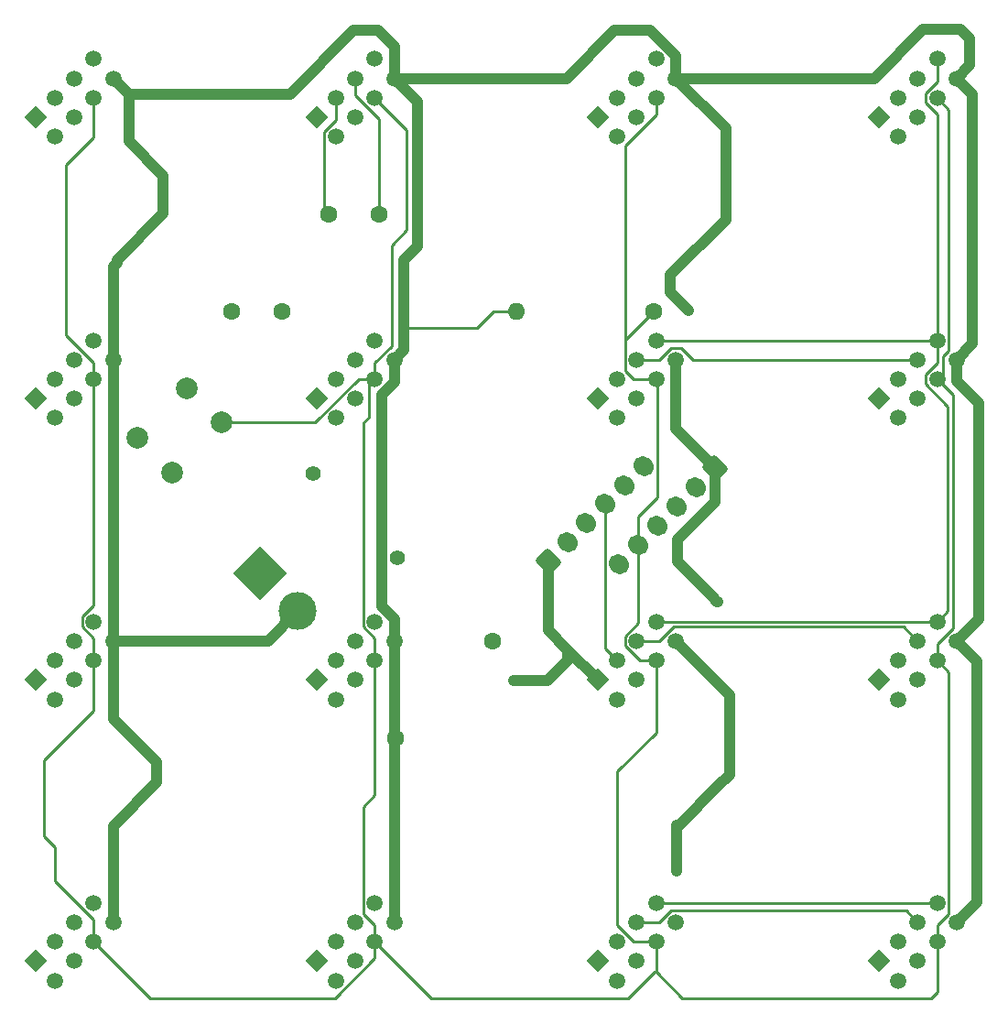
<source format=gbr>
%TF.GenerationSoftware,KiCad,Pcbnew,(6.0.1-0)*%
%TF.CreationDate,2022-09-26T15:58:14+02:00*%
%TF.ProjectId,wifi_camera,77696669-5f63-4616-9d65-72612e6b6963,rev?*%
%TF.SameCoordinates,Original*%
%TF.FileFunction,Copper,L2,Bot*%
%TF.FilePolarity,Positive*%
%FSLAX46Y46*%
G04 Gerber Fmt 4.6, Leading zero omitted, Abs format (unit mm)*
G04 Created by KiCad (PCBNEW (6.0.1-0)) date 2022-09-26 15:58:14*
%MOMM*%
%LPD*%
G01*
G04 APERTURE LIST*
G04 Aperture macros list*
%AMRoundRect*
0 Rectangle with rounded corners*
0 $1 Rounding radius*
0 $2 $3 $4 $5 $6 $7 $8 $9 X,Y pos of 4 corners*
0 Add a 4 corners polygon primitive as box body*
4,1,4,$2,$3,$4,$5,$6,$7,$8,$9,$2,$3,0*
0 Add four circle primitives for the rounded corners*
1,1,$1+$1,$2,$3*
1,1,$1+$1,$4,$5*
1,1,$1+$1,$6,$7*
1,1,$1+$1,$8,$9*
0 Add four rect primitives between the rounded corners*
20,1,$1+$1,$2,$3,$4,$5,0*
20,1,$1+$1,$4,$5,$6,$7,0*
20,1,$1+$1,$6,$7,$8,$9,0*
20,1,$1+$1,$8,$9,$2,$3,0*%
%AMHorizOval*
0 Thick line with rounded ends*
0 $1 width*
0 $2 $3 position (X,Y) of the first rounded end (center of the circle)*
0 $4 $5 position (X,Y) of the second rounded end (center of the circle)*
0 Add line between two ends*
20,1,$1,$2,$3,$4,$5,0*
0 Add two circle primitives to create the rounded ends*
1,1,$1,$2,$3*
1,1,$1,$4,$5*%
%AMRotRect*
0 Rectangle, with rotation*
0 The origin of the aperture is its center*
0 $1 length*
0 $2 width*
0 $3 Rotation angle, in degrees counterclockwise*
0 Add horizontal line*
21,1,$1,$2,0,0,$3*%
G04 Aperture macros list end*
%TA.AperFunction,ComponentPad*%
%ADD10C,1.600000*%
%TD*%
%TA.AperFunction,ComponentPad*%
%ADD11HorizOval,1.600000X0.000000X0.000000X0.000000X0.000000X0*%
%TD*%
%TA.AperFunction,ComponentPad*%
%ADD12O,1.600000X1.600000*%
%TD*%
%TA.AperFunction,ComponentPad*%
%ADD13C,2.000000*%
%TD*%
%TA.AperFunction,ComponentPad*%
%ADD14RotRect,1.500000X1.500000X45.000000*%
%TD*%
%TA.AperFunction,ComponentPad*%
%ADD15C,1.500000*%
%TD*%
%TA.AperFunction,ComponentPad*%
%ADD16C,1.400000*%
%TD*%
%TA.AperFunction,ComponentPad*%
%ADD17RotRect,3.500000X3.500000X135.000000*%
%TD*%
%TA.AperFunction,ComponentPad*%
%ADD18C,3.500000*%
%TD*%
%TA.AperFunction,ComponentPad*%
%ADD19RoundRect,0.250000X0.088388X-0.936916X0.936916X-0.088388X-0.088388X0.936916X-0.936916X0.088388X0*%
%TD*%
%TA.AperFunction,ComponentPad*%
%ADD20HorizOval,1.700000X-0.088388X0.088388X0.088388X-0.088388X0*%
%TD*%
%TA.AperFunction,ComponentPad*%
%ADD21RoundRect,0.250000X-0.088388X0.936916X-0.936916X0.088388X0.088388X-0.936916X0.936916X-0.088388X0*%
%TD*%
%TA.AperFunction,ViaPad*%
%ADD22C,0.800000*%
%TD*%
%TA.AperFunction,Conductor*%
%ADD23C,0.250000*%
%TD*%
%TA.AperFunction,Conductor*%
%ADD24C,1.000000*%
%TD*%
G04 APERTURE END LIST*
D10*
%TO.P,R4,1*%
%TO.N,+3V3*%
X79509872Y-119990128D03*
D11*
%TO.P,R4,2*%
%TO.N,shutter*%
X88490128Y-111009872D03*
%TD*%
%TO.P,R3,2*%
%TO.N,scl*%
X77990128Y-71519744D03*
D10*
%TO.P,R3,1*%
%TO.N,+3V3*%
X69009872Y-80500000D03*
%TD*%
D11*
%TO.P,R2,2*%
%TO.N,sda*%
X73320384Y-71519744D03*
D10*
%TO.P,R2,1*%
%TO.N,+3V3*%
X64340128Y-80500000D03*
%TD*%
%TO.P,R1,1*%
%TO.N,rst*%
X103350000Y-80500000D03*
D12*
%TO.P,R1,2*%
%TO.N,+3V3*%
X90650000Y-80500000D03*
%TD*%
D13*
%TO.P,SW1,1,1*%
%TO.N,rst*%
X63389088Y-90792894D03*
X58792894Y-95389088D03*
%TO.P,SW1,2,2*%
%TO.N,GND*%
X60207108Y-87610913D03*
X55610913Y-92207107D03*
%TD*%
D14*
%TO.P,U1,1,GND*%
%TO.N,GND*%
X46181981Y-62570134D03*
D15*
%TO.P,U1,2,IO2*%
%TO.N,sda*%
X47978032Y-60774083D03*
%TO.P,U1,3,IO0*%
%TO.N,scl*%
X49774083Y-58978032D03*
%TO.P,U1,4,RXD*%
%TO.N,shutter*%
X51570134Y-57181981D03*
%TO.P,U1,5,TXD*%
%TO.N,unconnected-(U1-Pad5)*%
X47978032Y-64366185D03*
%TO.P,U1,6,EN*%
%TO.N,unconnected-(U1-Pad6)*%
X49774083Y-62570134D03*
%TO.P,U1,7,~{RST}*%
%TO.N,rst*%
X51570134Y-60774083D03*
%TO.P,U1,8,VCC*%
%TO.N,+3V3*%
X53366185Y-58978032D03*
%TD*%
D14*
%TO.P,U3,1,GND*%
%TO.N,GND*%
X46181981Y-114570134D03*
D15*
%TO.P,U3,2,IO2*%
%TO.N,sda*%
X47978032Y-112774083D03*
%TO.P,U3,3,IO0*%
%TO.N,scl*%
X49774083Y-110978032D03*
%TO.P,U3,4,RXD*%
%TO.N,shutter*%
X51570134Y-109181981D03*
%TO.P,U3,5,TXD*%
%TO.N,unconnected-(U3-Pad5)*%
X47978032Y-116366185D03*
%TO.P,U3,6,EN*%
%TO.N,unconnected-(U3-Pad6)*%
X49774083Y-114570134D03*
%TO.P,U3,7,~{RST}*%
%TO.N,rst*%
X51570134Y-112774083D03*
%TO.P,U3,8,VCC*%
%TO.N,+3V3*%
X53366185Y-110978032D03*
%TD*%
D14*
%TO.P,U14,1,GND*%
%TO.N,GND*%
X124181981Y-88570134D03*
D15*
%TO.P,U14,2,IO2*%
%TO.N,sda*%
X125978032Y-86774083D03*
%TO.P,U14,3,IO0*%
%TO.N,scl*%
X127774083Y-84978032D03*
%TO.P,U14,4,RXD*%
%TO.N,shutter*%
X129570134Y-83181981D03*
%TO.P,U14,5,TXD*%
%TO.N,unconnected-(U14-Pad5)*%
X125978032Y-90366185D03*
%TO.P,U14,6,EN*%
%TO.N,unconnected-(U14-Pad6)*%
X127774083Y-88570134D03*
%TO.P,U14,7,~{RST}*%
%TO.N,rst*%
X129570134Y-86774083D03*
%TO.P,U14,8,VCC*%
%TO.N,+3V3*%
X131366185Y-84978032D03*
%TD*%
D14*
%TO.P,U12,1,GND*%
%TO.N,GND*%
X98181981Y-140570134D03*
D15*
%TO.P,U12,2,IO2*%
%TO.N,sda*%
X99978032Y-138774083D03*
%TO.P,U12,3,IO0*%
%TO.N,scl*%
X101774083Y-136978032D03*
%TO.P,U12,4,RXD*%
%TO.N,shutter*%
X103570134Y-135181981D03*
%TO.P,U12,5,TXD*%
%TO.N,unconnected-(U12-Pad5)*%
X99978032Y-142366185D03*
%TO.P,U12,6,EN*%
%TO.N,unconnected-(U12-Pad6)*%
X101774083Y-140570134D03*
%TO.P,U12,7,~{RST}*%
%TO.N,rst*%
X103570134Y-138774083D03*
%TO.P,U12,8,VCC*%
%TO.N,+3V3*%
X105366185Y-136978032D03*
%TD*%
D14*
%TO.P,U10,1,GND*%
%TO.N,GND*%
X98181981Y-88570134D03*
D15*
%TO.P,U10,2,IO2*%
%TO.N,sda*%
X99978032Y-86774083D03*
%TO.P,U10,3,IO0*%
%TO.N,scl*%
X101774083Y-84978032D03*
%TO.P,U10,4,RXD*%
%TO.N,shutter*%
X103570134Y-83181981D03*
%TO.P,U10,5,TXD*%
%TO.N,unconnected-(U10-Pad5)*%
X99978032Y-90366185D03*
%TO.P,U10,6,EN*%
%TO.N,unconnected-(U10-Pad6)*%
X101774083Y-88570134D03*
%TO.P,U10,7,~{RST}*%
%TO.N,rst*%
X103570134Y-86774083D03*
%TO.P,U10,8,VCC*%
%TO.N,+3V3*%
X105366185Y-84978032D03*
%TD*%
D14*
%TO.P,U16,1,GND*%
%TO.N,GND*%
X124181981Y-140570134D03*
D15*
%TO.P,U16,2,IO2*%
%TO.N,sda*%
X125978032Y-138774083D03*
%TO.P,U16,3,IO0*%
%TO.N,scl*%
X127774083Y-136978032D03*
%TO.P,U16,4,RXD*%
%TO.N,shutter*%
X129570134Y-135181981D03*
%TO.P,U16,5,TXD*%
%TO.N,unconnected-(U16-Pad5)*%
X125978032Y-142366185D03*
%TO.P,U16,6,EN*%
%TO.N,unconnected-(U16-Pad6)*%
X127774083Y-140570134D03*
%TO.P,U16,7,~{RST}*%
%TO.N,rst*%
X129570134Y-138774083D03*
%TO.P,U16,8,VCC*%
%TO.N,+3V3*%
X131366185Y-136978032D03*
%TD*%
D14*
%TO.P,U13,1,GND*%
%TO.N,GND*%
X124181981Y-62570134D03*
D15*
%TO.P,U13,2,IO2*%
%TO.N,sda*%
X125978032Y-60774083D03*
%TO.P,U13,3,IO0*%
%TO.N,scl*%
X127774083Y-58978032D03*
%TO.P,U13,4,RXD*%
%TO.N,shutter*%
X129570134Y-57181981D03*
%TO.P,U13,5,TXD*%
%TO.N,unconnected-(U13-Pad5)*%
X125978032Y-64366185D03*
%TO.P,U13,6,EN*%
%TO.N,unconnected-(U13-Pad6)*%
X127774083Y-62570134D03*
%TO.P,U13,7,~{RST}*%
%TO.N,rst*%
X129570134Y-60774083D03*
%TO.P,U13,8,VCC*%
%TO.N,+3V3*%
X131366185Y-58978032D03*
%TD*%
D14*
%TO.P,U15,1,GND*%
%TO.N,GND*%
X124181981Y-114570134D03*
D15*
%TO.P,U15,2,IO2*%
%TO.N,sda*%
X125978032Y-112774083D03*
%TO.P,U15,3,IO0*%
%TO.N,scl*%
X127774083Y-110978032D03*
%TO.P,U15,4,RXD*%
%TO.N,shutter*%
X129570134Y-109181981D03*
%TO.P,U15,5,TXD*%
%TO.N,unconnected-(U15-Pad5)*%
X125978032Y-116366185D03*
%TO.P,U15,6,EN*%
%TO.N,unconnected-(U15-Pad6)*%
X127774083Y-114570134D03*
%TO.P,U15,7,~{RST}*%
%TO.N,rst*%
X129570134Y-112774083D03*
%TO.P,U15,8,VCC*%
%TO.N,+3V3*%
X131366185Y-110978032D03*
%TD*%
D14*
%TO.P,U4,1,GND*%
%TO.N,GND*%
X46181981Y-140570134D03*
D15*
%TO.P,U4,2,IO2*%
%TO.N,sda*%
X47978032Y-138774083D03*
%TO.P,U4,3,IO0*%
%TO.N,scl*%
X49774083Y-136978032D03*
%TO.P,U4,4,RXD*%
%TO.N,shutter*%
X51570134Y-135181981D03*
%TO.P,U4,5,TXD*%
%TO.N,unconnected-(U4-Pad5)*%
X47978032Y-142366185D03*
%TO.P,U4,6,EN*%
%TO.N,unconnected-(U4-Pad6)*%
X49774083Y-140570134D03*
%TO.P,U4,7,~{RST}*%
%TO.N,rst*%
X51570134Y-138774083D03*
%TO.P,U4,8,VCC*%
%TO.N,+3V3*%
X53366185Y-136978032D03*
%TD*%
D14*
%TO.P,U7,1,GND*%
%TO.N,GND*%
X72181981Y-114570134D03*
D15*
%TO.P,U7,2,IO2*%
%TO.N,sda*%
X73978032Y-112774083D03*
%TO.P,U7,3,IO0*%
%TO.N,scl*%
X75774083Y-110978032D03*
%TO.P,U7,4,RXD*%
%TO.N,shutter*%
X77570134Y-109181981D03*
%TO.P,U7,5,TXD*%
%TO.N,unconnected-(U7-Pad5)*%
X73978032Y-116366185D03*
%TO.P,U7,6,EN*%
%TO.N,unconnected-(U7-Pad6)*%
X75774083Y-114570134D03*
%TO.P,U7,7,~{RST}*%
%TO.N,rst*%
X77570134Y-112774083D03*
%TO.P,U7,8,VCC*%
%TO.N,+3V3*%
X79366185Y-110978032D03*
%TD*%
D14*
%TO.P,U6,1,GND*%
%TO.N,GND*%
X72181981Y-88570134D03*
D15*
%TO.P,U6,2,IO2*%
%TO.N,sda*%
X73978032Y-86774083D03*
%TO.P,U6,3,IO0*%
%TO.N,scl*%
X75774083Y-84978032D03*
%TO.P,U6,4,RXD*%
%TO.N,shutter*%
X77570134Y-83181981D03*
%TO.P,U6,5,TXD*%
%TO.N,unconnected-(U6-Pad5)*%
X73978032Y-90366185D03*
%TO.P,U6,6,EN*%
%TO.N,unconnected-(U6-Pad6)*%
X75774083Y-88570134D03*
%TO.P,U6,7,~{RST}*%
%TO.N,rst*%
X77570134Y-86774083D03*
%TO.P,U6,8,VCC*%
%TO.N,+3V3*%
X79366185Y-84978032D03*
%TD*%
D14*
%TO.P,U5,1,GND*%
%TO.N,GND*%
X72181981Y-62570134D03*
D15*
%TO.P,U5,2,IO2*%
%TO.N,sda*%
X73978032Y-60774083D03*
%TO.P,U5,3,IO0*%
%TO.N,scl*%
X75774083Y-58978032D03*
%TO.P,U5,4,RXD*%
%TO.N,shutter*%
X77570134Y-57181981D03*
%TO.P,U5,5,TXD*%
%TO.N,unconnected-(U5-Pad5)*%
X73978032Y-64366185D03*
%TO.P,U5,6,EN*%
%TO.N,unconnected-(U5-Pad6)*%
X75774083Y-62570134D03*
%TO.P,U5,7,~{RST}*%
%TO.N,rst*%
X77570134Y-60774083D03*
%TO.P,U5,8,VCC*%
%TO.N,+3V3*%
X79366185Y-58978032D03*
%TD*%
D14*
%TO.P,U2,1,GND*%
%TO.N,GND*%
X46181981Y-88570134D03*
D15*
%TO.P,U2,2,IO2*%
%TO.N,sda*%
X47978032Y-86774083D03*
%TO.P,U2,3,IO0*%
%TO.N,scl*%
X49774083Y-84978032D03*
%TO.P,U2,4,RXD*%
%TO.N,shutter*%
X51570134Y-83181981D03*
%TO.P,U2,5,TXD*%
%TO.N,unconnected-(U2-Pad5)*%
X47978032Y-90366185D03*
%TO.P,U2,6,EN*%
%TO.N,unconnected-(U2-Pad6)*%
X49774083Y-88570134D03*
%TO.P,U2,7,~{RST}*%
%TO.N,rst*%
X51570134Y-86774083D03*
%TO.P,U2,8,VCC*%
%TO.N,+3V3*%
X53366185Y-84978032D03*
%TD*%
D14*
%TO.P,U11,1,GND*%
%TO.N,GND*%
X98181981Y-114570134D03*
D15*
%TO.P,U11,2,IO2*%
%TO.N,sda*%
X99978032Y-112774083D03*
%TO.P,U11,3,IO0*%
%TO.N,scl*%
X101774083Y-110978032D03*
%TO.P,U11,4,RXD*%
%TO.N,shutter*%
X103570134Y-109181981D03*
%TO.P,U11,5,TXD*%
%TO.N,unconnected-(U11-Pad5)*%
X99978032Y-116366185D03*
%TO.P,U11,6,EN*%
%TO.N,unconnected-(U11-Pad6)*%
X101774083Y-114570134D03*
%TO.P,U11,7,~{RST}*%
%TO.N,rst*%
X103570134Y-112774083D03*
%TO.P,U11,8,VCC*%
%TO.N,+3V3*%
X105366185Y-110978032D03*
%TD*%
D14*
%TO.P,U9,1,GND*%
%TO.N,GND*%
X98181981Y-62570134D03*
D15*
%TO.P,U9,2,IO2*%
%TO.N,sda*%
X99978032Y-60774083D03*
%TO.P,U9,3,IO0*%
%TO.N,scl*%
X101774083Y-58978032D03*
%TO.P,U9,4,RXD*%
%TO.N,shutter*%
X103570134Y-57181981D03*
%TO.P,U9,5,TXD*%
%TO.N,unconnected-(U9-Pad5)*%
X99978032Y-64366185D03*
%TO.P,U9,6,EN*%
%TO.N,unconnected-(U9-Pad6)*%
X101774083Y-62570134D03*
%TO.P,U9,7,~{RST}*%
%TO.N,rst*%
X103570134Y-60774083D03*
%TO.P,U9,8,VCC*%
%TO.N,+3V3*%
X105366185Y-58978032D03*
%TD*%
D14*
%TO.P,U8,1,GND*%
%TO.N,GND*%
X72181981Y-140570134D03*
D15*
%TO.P,U8,2,IO2*%
%TO.N,sda*%
X73978032Y-138774083D03*
%TO.P,U8,3,IO0*%
%TO.N,scl*%
X75774083Y-136978032D03*
%TO.P,U8,4,RXD*%
%TO.N,shutter*%
X77570134Y-135181981D03*
%TO.P,U8,5,TXD*%
%TO.N,unconnected-(U8-Pad5)*%
X73978032Y-142366185D03*
%TO.P,U8,6,EN*%
%TO.N,unconnected-(U8-Pad6)*%
X75774083Y-140570134D03*
%TO.P,U8,7,~{RST}*%
%TO.N,rst*%
X77570134Y-138774083D03*
%TO.P,U8,8,VCC*%
%TO.N,+3V3*%
X79366185Y-136978032D03*
%TD*%
D16*
%TO.P,J1,*%
%TO.N,*%
X79647324Y-103280850D03*
X71869149Y-95502676D03*
D17*
%TO.P,J1,1,Pin_1*%
%TO.N,GND*%
X66919402Y-104695064D03*
D18*
%TO.P,J1,2,Pin_2*%
%TO.N,+3V3*%
X70454936Y-108230598D03*
%TD*%
D19*
%TO.P,J3,1,Pin_1*%
%TO.N,GND*%
X93585430Y-103631549D03*
D20*
%TO.P,J3,2,Pin_2*%
%TO.N,rst*%
X95353197Y-101863782D03*
%TO.P,J3,3,Pin_3*%
%TO.N,shutter*%
X97120964Y-100096015D03*
%TO.P,J3,4,Pin_4*%
%TO.N,sda*%
X98888731Y-98328248D03*
%TO.P,J3,5,Pin_5*%
%TO.N,scl*%
X100656498Y-96560481D03*
%TO.P,J3,6,Pin_6*%
%TO.N,+3V3*%
X102424265Y-94792714D03*
%TD*%
D21*
%TO.P,J2,1,Pin_1*%
%TO.N,+3V3*%
X109000000Y-95000000D03*
D20*
%TO.P,J2,2,Pin_2*%
%TO.N,scl*%
X107232233Y-96767767D03*
%TO.P,J2,3,Pin_3*%
%TO.N,sda*%
X105464466Y-98535534D03*
%TO.P,J2,4,Pin_4*%
%TO.N,shutter*%
X103696699Y-100303301D03*
%TO.P,J2,5,Pin_5*%
%TO.N,rst*%
X101928932Y-102071068D03*
%TO.P,J2,6,Pin_6*%
%TO.N,GND*%
X100161165Y-103838835D03*
%TD*%
D22*
%TO.N,+3V3*%
X78150000Y-101600000D03*
X78150000Y-100650000D03*
X78150000Y-99650000D03*
X78150000Y-98750000D03*
%TO.N,GND*%
X92650000Y-114600000D03*
X91279866Y-114570134D03*
X90279866Y-114570134D03*
%TO.N,+3V3*%
X109225000Y-107325000D03*
X108750000Y-106850000D03*
X108275000Y-106375000D03*
X106650000Y-80350000D03*
X105750000Y-79500000D03*
X105450000Y-131050000D03*
X105450000Y-132100000D03*
%TD*%
D23*
%TO.N,rst*%
X63389088Y-90792894D02*
X72031734Y-90792894D01*
X72031734Y-90792894D02*
X76050545Y-86774083D01*
X76050545Y-86774083D02*
X77570134Y-86774083D01*
D24*
%TO.N,+3V3*%
X79366185Y-110978032D02*
X79366185Y-122366185D01*
D23*
X79509872Y-122222498D02*
X79366185Y-122366185D01*
D24*
X79366185Y-122366185D02*
X79366185Y-136978032D01*
D23*
X79509872Y-119990128D02*
X79509872Y-122222498D01*
%TO.N,scl*%
X77990128Y-71519744D02*
X77990128Y-62713666D01*
X75774083Y-60497621D02*
X75774083Y-58978032D01*
X77990128Y-62713666D02*
X75774083Y-60497621D01*
%TO.N,sda*%
X73978032Y-60774083D02*
X73978032Y-62846596D01*
X73978032Y-62846596D02*
X72903521Y-63921107D01*
X72903521Y-63921107D02*
X72903521Y-71102881D01*
X72903521Y-71102881D02*
X73320384Y-71519744D01*
%TO.N,rst*%
X77570134Y-60774083D02*
X80500000Y-63703949D01*
X80500000Y-63703949D02*
X80500000Y-73000000D01*
X80500000Y-73000000D02*
X79114639Y-74385361D01*
X79114639Y-74385361D02*
X79114639Y-83709989D01*
X77570134Y-85254494D02*
X77570134Y-86774083D01*
X79114639Y-83709989D02*
X77570134Y-85254494D01*
D24*
%TO.N,+3V3*%
X79366185Y-58978032D02*
X81500000Y-61111847D01*
X81500000Y-61111847D02*
X81500000Y-74500000D01*
X81500000Y-74500000D02*
X80250000Y-75750000D01*
X80250000Y-75750000D02*
X80250000Y-81750000D01*
X80250000Y-84094217D02*
X80250000Y-81750000D01*
D23*
X90650000Y-80500000D02*
X88500000Y-80500000D01*
X88500000Y-80500000D02*
X87000000Y-82000000D01*
X87000000Y-82000000D02*
X80500000Y-82000000D01*
X80500000Y-82000000D02*
X80250000Y-81750000D01*
%TO.N,rst*%
X100699572Y-85976034D02*
X100699572Y-85699572D01*
X100699572Y-85699572D02*
X100699572Y-65164234D01*
X100699572Y-83150428D02*
X100699572Y-85699572D01*
X103350000Y-80500000D02*
X100699572Y-83150428D01*
X102050545Y-86774083D02*
X103570134Y-86774083D01*
%TO.N,shutter*%
X129570134Y-57181981D02*
X129570134Y-59254494D01*
X129570134Y-59254494D02*
X128495623Y-60329005D01*
X128495623Y-60329005D02*
X128495623Y-61219161D01*
X128495623Y-61219161D02*
X129570134Y-62293672D01*
X129570134Y-62293672D02*
X129570134Y-83181981D01*
D24*
%TO.N,+3V3*%
X79366185Y-58978032D02*
X79366185Y-56016185D01*
X79366185Y-56016185D02*
X77900000Y-54550000D01*
X77900000Y-54550000D02*
X75600000Y-54550000D01*
X54837664Y-60449511D02*
X53366185Y-58978032D01*
X75600000Y-54550000D02*
X69700489Y-60449511D01*
X69700489Y-60449511D02*
X54837664Y-60449511D01*
X105366185Y-58978032D02*
X105366185Y-56928113D01*
X105366185Y-56928113D02*
X102988072Y-54550000D01*
X102988072Y-54550000D02*
X99700000Y-54550000D01*
X79366185Y-58978032D02*
X95271968Y-58978032D01*
X128250000Y-54450000D02*
X131750000Y-54450000D01*
X131750000Y-54450000D02*
X132600000Y-55300000D01*
X105366185Y-58978032D02*
X123721968Y-58978032D01*
X123721968Y-58978032D02*
X128250000Y-54450000D01*
X132600000Y-55300000D02*
X132600000Y-57744217D01*
X132600000Y-57744217D02*
X131366185Y-58978032D01*
X95271968Y-58978032D02*
X99700000Y-54550000D01*
D23*
%TO.N,rst*%
X101928932Y-102071068D02*
X101928932Y-99493937D01*
X103687173Y-86891122D02*
X103570134Y-86774083D01*
X101928932Y-99493937D02*
X103687173Y-97735696D01*
X103687173Y-97735696D02*
X103687173Y-86891122D01*
X77570134Y-112774083D02*
X77570134Y-110701570D01*
X77570134Y-110701570D02*
X76495623Y-109627059D01*
X76495623Y-90811263D02*
X77050000Y-90256886D01*
X77050000Y-87294217D02*
X77570134Y-86774083D01*
X76495623Y-109627059D02*
X76495623Y-90811263D01*
X77050000Y-90256886D02*
X77050000Y-87294217D01*
D24*
%TO.N,+3V3*%
X53366185Y-110978032D02*
X67707502Y-110978032D01*
X67707502Y-110978032D02*
X70454936Y-108230598D01*
%TO.N,GND*%
X92650000Y-114600000D02*
X90400000Y-114600000D01*
X93550000Y-114600000D02*
X92650000Y-114600000D01*
X95405924Y-111794076D02*
X98181981Y-114570134D01*
X93585430Y-109973583D02*
X95405924Y-111794076D01*
X95405924Y-111794076D02*
X95405924Y-112744076D01*
X95405924Y-112744076D02*
X93550000Y-114600000D01*
X93585430Y-103631549D02*
X93585430Y-109973583D01*
%TO.N,+3V3*%
X109225000Y-107325000D02*
X109250000Y-107350000D01*
X108750000Y-106850000D02*
X109225000Y-107325000D01*
X108275000Y-106375000D02*
X108750000Y-106850000D01*
X105550000Y-101600000D02*
X105550000Y-103650000D01*
X105550000Y-103650000D02*
X108275000Y-106375000D01*
X109000000Y-95000000D02*
X109000000Y-98150000D01*
X109000000Y-98150000D02*
X105550000Y-101600000D01*
X105366185Y-84978032D02*
X105366185Y-91366185D01*
X105366185Y-91366185D02*
X109000000Y-95000000D01*
X105275000Y-79125000D02*
X106550000Y-80400000D01*
X105366185Y-58978032D02*
X110000000Y-63611847D01*
X110000000Y-63611847D02*
X110000000Y-72050000D01*
X110000000Y-72050000D02*
X104900000Y-77150000D01*
X104900000Y-77150000D02*
X104900000Y-78750000D01*
X104900000Y-78750000D02*
X105275000Y-79125000D01*
X79366185Y-84978032D02*
X80250000Y-84094217D01*
X79366185Y-110978032D02*
X79366185Y-108928113D01*
X79366185Y-108928113D02*
X78170542Y-107732470D01*
X78170542Y-107732470D02*
X78170542Y-88223594D01*
X78170542Y-88223594D02*
X79366185Y-87027951D01*
X79366185Y-87027951D02*
X79366185Y-84978032D01*
D23*
%TO.N,rst*%
X77570134Y-112774083D02*
X77570134Y-125229866D01*
X77570134Y-125229866D02*
X76495623Y-126304377D01*
X76495623Y-126304377D02*
X76495623Y-136179983D01*
X76495623Y-136179983D02*
X77570134Y-137254494D01*
X77570134Y-137254494D02*
X77570134Y-138774083D01*
D24*
%TO.N,+3V3*%
X105450000Y-131050000D02*
X105450000Y-131750000D01*
X105450000Y-131750000D02*
X105450000Y-132100000D01*
X105450000Y-132100000D02*
X105450000Y-132250000D01*
X110350000Y-119050000D02*
X110350000Y-123350000D01*
X110350000Y-123350000D02*
X109300000Y-124400000D01*
X105366185Y-110978032D02*
X110350000Y-115961847D01*
X110350000Y-115961847D02*
X110350000Y-119050000D01*
X109300000Y-124400000D02*
X105700000Y-128000000D01*
X105450000Y-128000000D02*
X105450000Y-131050000D01*
X105700000Y-128000000D02*
X105450000Y-128000000D01*
X131366185Y-110978032D02*
X133200000Y-112811847D01*
X133200000Y-112811847D02*
X133200000Y-135144217D01*
X133200000Y-135144217D02*
X131366185Y-136978032D01*
X131366185Y-84978032D02*
X131366185Y-86966185D01*
X131366185Y-86966185D02*
X133400000Y-89000000D01*
X133400000Y-89000000D02*
X133400000Y-108944217D01*
X133400000Y-108944217D02*
X131366185Y-110978032D01*
X131366185Y-58978032D02*
X132850000Y-60461847D01*
X132850000Y-60461847D02*
X132850000Y-83494217D01*
X132850000Y-83494217D02*
X131366185Y-84978032D01*
D23*
%TO.N,rst*%
X129570134Y-60774083D02*
X130644645Y-61848594D01*
X130150000Y-84669654D02*
X130150000Y-86194217D01*
X130644645Y-61848594D02*
X130644645Y-84175009D01*
X130150000Y-86194217D02*
X129570134Y-86774083D01*
X130644645Y-84175009D02*
X130150000Y-84669654D01*
D24*
%TO.N,+3V3*%
X53366185Y-136978032D02*
X53366185Y-128083815D01*
X53366185Y-128083815D02*
X57400000Y-124050000D01*
X57400000Y-124050000D02*
X57400000Y-122200000D01*
X57400000Y-122200000D02*
X53366185Y-118166185D01*
X53366185Y-118166185D02*
X53366185Y-110978032D01*
X53366185Y-84978032D02*
X53366185Y-110978032D01*
X53366185Y-58978032D02*
X54850000Y-60461847D01*
X54850000Y-60461847D02*
X54850000Y-64800000D01*
X54850000Y-64800000D02*
X58000000Y-67950000D01*
X58000000Y-67950000D02*
X58000000Y-71450000D01*
X53700000Y-75750000D02*
X53700000Y-76000000D01*
X58000000Y-71450000D02*
X53700000Y-75750000D01*
X53700000Y-76000000D02*
X53366185Y-76333815D01*
X53366185Y-76333815D02*
X53366185Y-84978032D01*
D23*
%TO.N,rst*%
X100699572Y-65164234D02*
X103570134Y-62293672D01*
X129570134Y-137254494D02*
X130644645Y-136179983D01*
X82796051Y-144000000D02*
X101000000Y-144000000D01*
X100699572Y-111423110D02*
X102050545Y-112774083D01*
X51570134Y-64429866D02*
X49000000Y-67000000D01*
X129570134Y-112774083D02*
X129570134Y-111254494D01*
X73863806Y-144000000D02*
X77570134Y-140293672D01*
X47000000Y-122000000D02*
X47000000Y-129000000D01*
X103570134Y-62293672D02*
X103570134Y-60774083D01*
X131000000Y-88203949D02*
X129570134Y-86774083D01*
X51570134Y-60774083D02*
X51570134Y-64429866D01*
X51570134Y-85254494D02*
X51570134Y-86774083D01*
X103429866Y-141570134D02*
X103570134Y-141570134D01*
X103570134Y-141570134D02*
X103570134Y-138774083D01*
X50495623Y-109627059D02*
X51570134Y-110701570D01*
X50495623Y-108736903D02*
X50495623Y-109627059D01*
X101000000Y-144000000D02*
X103429866Y-141570134D01*
X101497621Y-138774083D02*
X100000000Y-137276462D01*
X101928932Y-102071068D02*
X101928932Y-109303594D01*
X51570134Y-136701570D02*
X51570134Y-138774083D01*
X106000000Y-144000000D02*
X103570134Y-141570134D01*
X49000000Y-67000000D02*
X49000000Y-82684360D01*
X77570134Y-138774083D02*
X82796051Y-144000000D01*
X49000000Y-82684360D02*
X51570134Y-85254494D01*
X56796051Y-144000000D02*
X73863806Y-144000000D01*
X101497621Y-86774083D02*
X100699572Y-85976034D01*
X48000000Y-130000000D02*
X48000000Y-133131436D01*
X77570134Y-140293672D02*
X77570134Y-138774083D01*
X48000000Y-133131436D02*
X51570134Y-136701570D01*
X51570134Y-112774083D02*
X51570134Y-117429866D01*
X129570134Y-111254494D02*
X131000000Y-109824628D01*
X103570134Y-138774083D02*
X101497621Y-138774083D01*
X129570134Y-138774083D02*
X129570134Y-143429866D01*
X47000000Y-129000000D02*
X48000000Y-130000000D01*
X51570134Y-107662392D02*
X50495623Y-108736903D01*
X51570134Y-138774083D02*
X56796051Y-144000000D01*
X129000000Y-144000000D02*
X106000000Y-144000000D01*
X103570134Y-86774083D02*
X101497621Y-86774083D01*
X130644645Y-136179983D02*
X130644645Y-113848594D01*
X51570134Y-117429866D02*
X47000000Y-122000000D01*
X129570134Y-138774083D02*
X129570134Y-137254494D01*
X51570134Y-110701570D02*
X51570134Y-112774083D01*
X100000000Y-123000000D02*
X103570134Y-119429866D01*
X100000000Y-137276462D02*
X100000000Y-123000000D01*
X102050545Y-112774083D02*
X103570134Y-112774083D01*
X131000000Y-109824628D02*
X131000000Y-88203949D01*
X100699572Y-110532954D02*
X100699572Y-111423110D01*
X129570134Y-143429866D02*
X129000000Y-144000000D01*
X103570134Y-119429866D02*
X103570134Y-112774083D01*
X101928932Y-109303594D02*
X100699572Y-110532954D01*
X51570134Y-86774083D02*
X51570134Y-107662392D01*
X130644645Y-113848594D02*
X129570134Y-112774083D01*
%TO.N,sda*%
X98888731Y-111684782D02*
X98888731Y-98328248D01*
X99978032Y-112774083D02*
X98888731Y-111684782D01*
%TO.N,scl*%
X101774083Y-110978032D02*
X103293672Y-110978032D01*
X127774083Y-84978032D02*
X107021968Y-84978032D01*
X105193127Y-109631501D02*
X126427552Y-109631501D01*
X103846596Y-110978032D02*
X105193127Y-109631501D01*
X107021968Y-84978032D02*
X107000000Y-85000000D01*
X101774083Y-110978032D02*
X103846596Y-110978032D01*
X104921107Y-135903521D02*
X126699572Y-135903521D01*
X107000000Y-85000000D02*
X105903521Y-83903521D01*
X104921107Y-83903521D02*
X103846596Y-84978032D01*
X126699572Y-135903521D02*
X127774083Y-136978032D01*
X126427552Y-109631501D02*
X127774083Y-110978032D01*
X101774083Y-136978032D02*
X103846596Y-136978032D01*
X103846596Y-84978032D02*
X101774083Y-84978032D01*
X105903521Y-83903521D02*
X104921107Y-83903521D01*
X103846596Y-136978032D02*
X104921107Y-135903521D01*
%TO.N,shutter*%
X129570134Y-135181981D02*
X103570134Y-135181981D01*
X129570134Y-83181981D02*
X129570134Y-85254494D01*
X129570134Y-83181981D02*
X103570134Y-83181981D01*
X130550480Y-108201635D02*
X129570134Y-109181981D01*
X130550480Y-89274018D02*
X130550480Y-108201635D01*
X128495623Y-87219161D02*
X130550480Y-89274018D01*
X128495623Y-86329005D02*
X128495623Y-87219161D01*
X129570134Y-109181981D02*
X103570134Y-109181981D01*
X129570134Y-85254494D02*
X128495623Y-86329005D01*
%TD*%
M02*

</source>
